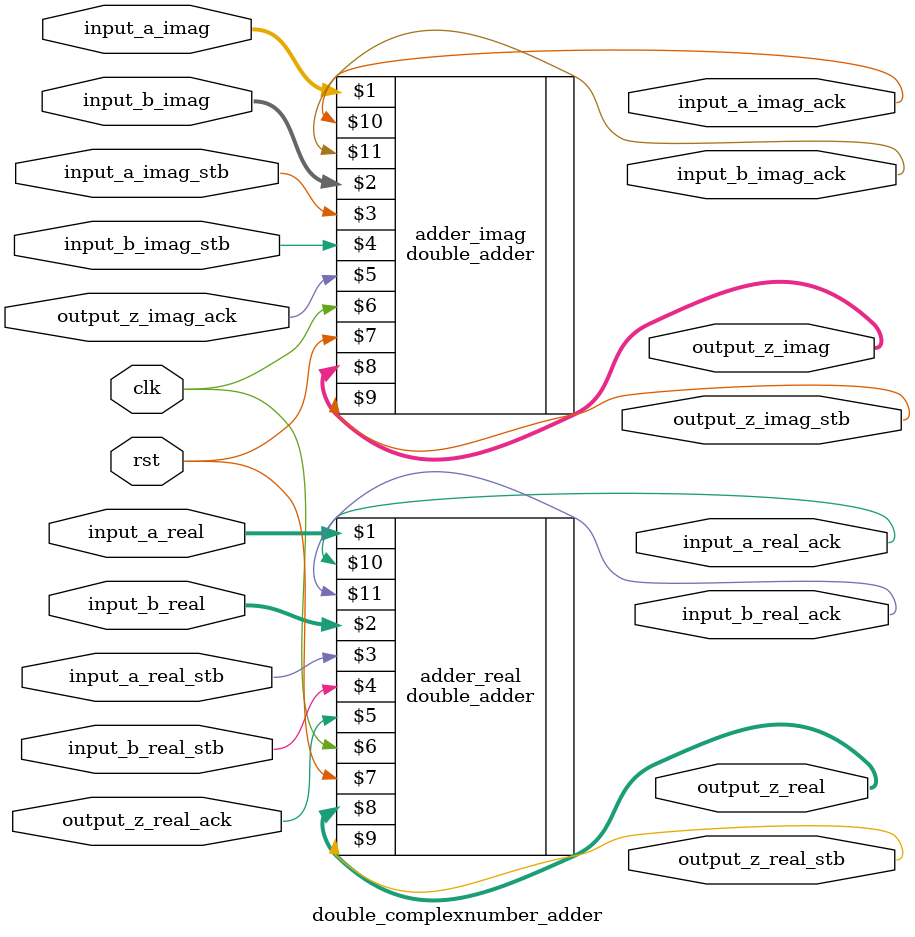
<source format=sv>
module double_complexnumber_adder(
    input_a_real,input_a_imag,input_a_real_stb,input_a_imag_stb, input_a_real_ack, input_a_imag_ack,
    input_b_real,input_b_imag,input_b_real_stb,input_b_imag_stb, input_b_real_ack, input_b_imag_ack,
    output_z_real,output_z_imag,output_z_real_stb,output_z_imag_stb,output_z_real_ack,output_z_imag_ack,
    clk,rst);

    input clk, rst;
    input reg [63:0]  input_a_real;
    input reg         input_a_real_stb;
    
    input reg [63:0]  input_a_imag;
    input reg         input_a_imag_stb;
    
    input reg [63:0]  input_b_real;
    input reg         input_b_real_stb;
    
    input reg [63:0]  input_b_imag;
    input reg         input_b_imag_stb;

    input reg         output_z_real_ack;
    output reg [63:0] output_z_real;
    output reg        output_z_real_stb;
    
    input reg         output_z_imag_ack;
    output reg [63:0] output_z_imag;
    output reg        output_z_imag_stb;
    
    output reg        input_a_real_ack;
    output reg        input_a_imag_ack;
    
    output reg        input_b_real_ack;
    output reg        input_b_imag_ack;

    double_adder adder_real(input_a_real, input_b_real, 
    input_a_real_stb, input_b_real_stb, 
    output_z_real_ack, clk, rst, output_z_real, 
    output_z_real_stb, input_a_real_ack, input_b_real_ack);
    double_adder adder_imag(input_a_imag, input_b_imag, 
    input_a_imag_stb, input_b_imag_stb, output_z_imag_ack,
     clk, rst, output_z_imag, output_z_imag_stb, 
     input_a_imag_ack, input_b_imag_ack);

    endmodule

</source>
